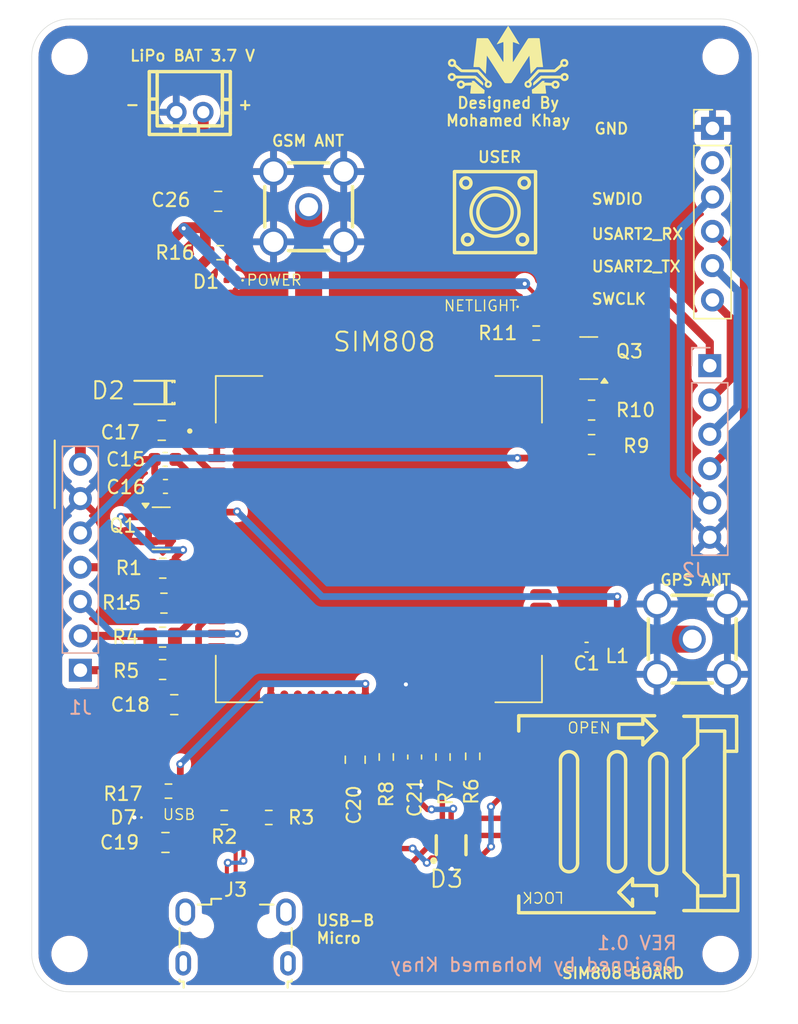
<source format=kicad_pcb>
(kicad_pcb (version 20241229) (generator "pcbnew") (generator_version "9.0")
  (layers (0 "F.Cu" signal "Front") (2 "B.Cu" power "Back") (13 "F.Paste" user) (15 "B.Paste" user) (5 "F.SilkS" user "F.Silkscreen") (7 "B.SilkS" user "B.Silkscreen") (1 "F.Mask" user) (3 "B.Mask" user) (25 "Edge.Cuts" user))
  (net 0 "")
  (net 1 "Net-(Q1-C)")
  (net 2 "Net-(Q1-B)")
  (net 3 "GND")
  (net 4 "+3.3V")
  (net 5 "Net-(U1-VRTC)")
  (net 6 "VBUS")
  (net 7 "/SIM_VDD")
  (net 8 "/SIM_DATA")
  (net 9 "/GSM_ANT")
  (net 10 "/GPS_ANT")
  (net 12 "Net-(D5-K)")
  (net 13 "/SIM_RX")
  (net 14 "/SIM_STATUS")
  (net 15 "/SIM_TX")
  (net 16 "/SIM_RESET")
  (net 17 "/SIM_PWRKEY")
  (net 20 "Net-(U1-TXD)")
  (net 21 "Net-(U1-RXD)")
  (net 22 "/SIM_RST")
  (net 23 "Net-(Card1-RST)")
  (net 24 "/SIM_CLK")
  (net 25 "Net-(Card1-CLK)")
  (net 26 "Net-(Card1-I{slash}O)")
  (net 27 "/NETLIGHT")
  (net 41 "Net-(C1-Pad2)")
  (net 64 "Net-(J2-Pin_4)")
  (net 65 "Net-(J2-Pin_3)")
  (net 66 "Net-(J2-Pin_5)")
  (net 67 "/Button_User")
  (net 68 "Net-(D1-A)")
  (net 69 "Net-(J2-Pin_2)")
  (net 71 "Net-(D7-A)")
  (net 75 "Net-(Q3-B)")
  (net 76 "Net-(Q3-C)")
  (net 78 "/VDD_EXT")
  (net 79 "/D+")
  (net 80 "/D-")
  (net 81 "/USB_D+")
  (net 82 "/USB_D-")
  (footprint "MountingHole:MountingHole_2.2mm_M2" (layer "F.Cu") (at 36.7 92.45)
    (property "Reference" "H1" (hide yes))
    (property "Value" "MountingHole" (hide yes))
  )
  (footprint "SIM808:KEY-SMD_4P-L6.0-W6.0-P3.90-LS9.0" (layer "F.Cu") (at 68.2 37.55)
    (property "Reference" "SW1" (hide yes))
    (property "Value" "K2-6639SP-C4SC-04" (hide yes))
  )
  (footprint "LED_SMD:LED_0201_0603Metric" (layer "F.Cu") (at 48.65 42.6 180)
    (property "Reference" "D1")
    (property "Value" "GREEN" (hide yes))
  )
  (footprint "Capacitor_SMD:C_0805_2012Metric" (layer "F.Cu") (at 47.7 36.75 180)
    (property "Reference" "C26")
    (property "Value" "4u7" (hide yes))
  )
  (footprint "Resistor_SMD:R_0805_2012Metric" (layer "F.Cu") (at 75.35 52.2 180)
    (property "Reference" "R10")
    (property "Value" "47k" (hide yes))
  )
  (footprint "Capacitor_SMD:C_0603_1608Metric" (layer "F.Cu") (at 43.8 57.85)
    (property "Reference" "C16")
    (property "Value" "33p" (hide yes))
  )
  (footprint "Capacitor_SMD:C_0805_2012Metric" (layer "F.Cu") (at 43.525001 53.7)
    (property "Reference" "C17")
    (property "Value" "100u" (hide yes))
  )
  (footprint "MountingHole:MountingHole_2.2mm_M2" (layer "F.Cu") (at 84.9 92.45)
    (property "Reference" "H2" (hide yes))
    (property "Value" "MountingHole" (hide yes))
  )
  (footprint "LED_SMD:LED_0201_0603Metric" (layer "F.Cu") (at 70.73 44.55)
    (property "Reference" "D5" (hide yes))
    (property "Value" "GREEN" (hide yes))
  )
  (footprint "Capacitor_SMD:C_0805_2012Metric" (layer "F.Cu") (at 43.8 84.2)
    (property "Reference" "C19")
    (property "Value" "1u" (hide yes))
  )
  (footprint "Capacitor_SMD:C_0805_2012Metric" (layer "F.Cu") (at 57.85 78.075 90)
    (property "Reference" "C20")
    (property "Value" "1U" (hide yes))
  )
  (footprint "Resistor_SMD:R_0603_1608Metric" (layer "F.Cu") (at 64.35 77.875 -90)
    (property "Reference" "R7")
    (property "Value" "22" (hide yes))
  )
  (footprint "Capacitor_SMD:C_0603_1608Metric" (layer "F.Cu") (at 43.775 55.85)
    (property "Reference" "C15")
    (property "Value" "10p" (hide yes))
  )
  (footprint "SIM808:SMA-TH_SMA-KE-5" (layer "F.Cu") (at 54.3999 37.1501)
    (property "Reference" "RF1" (hide yes))
    (property "Value" "SMA-KE-5" (hide yes))
  )
  (footprint "Resistor_SMD:R_0805_2012Metric" (layer "F.Cu") (at 43.5875 69)
    (property "Reference" "R4")
    (property "Value" "1k" (hide yes))
  )
  (footprint "SIM808:CONN-TH_PH-2A" (layer "F.Cu") (at 45.6 30.15)
    (property "Reference" "CN1" (hide yes))
    (property "Value" "PH-2AK" (hide yes))
  )
  (footprint "Resistor_SMD:R_0805_2012Metric" (layer "F.Cu") (at 75.35 54.75 180)
    (property "Reference" "R9")
    (property "Value" "4k7" (hide yes))
  )
  (footprint "Inductor_SMD:L_0402_1005Metric" (layer "F.Cu") (at 77.25 68.75 -90)
    (property "Reference" "L1")
    (property "Value" "68n" (hide yes))
  )
  (footprint "Resistor_SMD:R_0603_1608Metric" (layer "F.Cu") (at 44.025 80.4)
    (property "Reference" "R17")
    (property "Value" "300" (hide yes))
  )
  (footprint "Connector_PinHeader_2.54mm:PinHeader_1x06_P2.54mm_Vertical" (layer "F.Cu") (at 84.3 31.35)
    (property "Reference" "J6" (hide yes))
    (property "Value" "Conn_01x06_Pin" (hide yes))
  )
  (footprint "Resistor_SMD:R_0603_1608Metric" (layer "F.Cu") (at 47.85 40.55)
    (property "Reference" "R16")
    (property "Value" "300" (hide yes))
  )
  (footprint "SIM808:SIM_SMD_SMO_1512" (layer "F.Cu") (at 75.6751 82.0501 -90)
    (property "Reference" "Card1" (hide yes))
    (property "Value" "SMO-1512" (hide yes))
  )
  (footprint "SIM808:SOD-123_L2.8-W1.8-LS3.7-RD" (layer "F.Cu") (at 42.9 50.9 180)
    (property "Reference" "D2")
    (property "Value" "MMSZ5231BT1G" (hide yes))
  )
  (footprint "Resistor_SMD:R_0805_2012Metric" (layer "F.Cu") (at 43.6 63.9)
    (property "Reference" "R1")
    (property "Value" "4k7" (hide yes))
  )
  (footprint "Resistor_SMD:R_0805_2012Metric" (layer "F.Cu") (at 43.5875 71.4)
    (property "Reference" "R5")
    (property "Value" "1k" (hide yes))
  )
  (footprint "Resistor_SMD:R_0603_1608Metric" (layer "F.Cu") (at 60.15 77.875 90)
    (property "Reference" "R8")
    (property "Value" "22" (hide yes))
  )
  (footprint "SIM808:SMF12CT1G" (layer "F.Cu") (at 64.95 84.4)
    (property "Reference" "D3")
    (property "Value" "SMF12CT1G" (hide yes))
  )
  (footprint "Package_TO_SOT_SMD:SOT-23" (layer "F.Cu") (at 43.4875 60.95)
    (property "Reference" "Q1")
    (property "Value" "BC817" (hide yes))
  )
  (footprint "SIM808:SMA-TH_SMA-KE-5" (layer "F.Cu") (at 82.7999 69.1501)
    (property "Reference" "RF2" (hide yes))
    (property "Value" "SMA-KE-5" (hide yes))
  )
  (footprint "MountingHole:MountingHole_2.2mm_M2" (layer "F.Cu") (at 84.9 26.05)
    (property "Reference" "H3" (hide yes))
    (property "Value" "MountingHole" (hide yes))
  )
  (footprint "SIM808:my_logo" (layer "F.Cu") (at 69.1751 26.8501)
    (property "Reference" "G***" (hide yes))
    (property "Value" "LOGO" (hide yes))
  )
  (footprint "Resistor_SMD:R_0603_1608Metric" (layer "F.Cu") (at 48.15 82.35 180)
    (property "Reference" "R2")
    (property "Value" "22" (hide yes))
  )
  (footprint "Connector_USB:USB_Micro-B_Wuerth_629105150521" (layer "F.Cu") (at 48.995 91.195)
    (property "Reference" "J3")
    (property "Value" "USB_B_Micro" (hide yes))
  )
  (footprint "LED_SMD:LED_0201_0603Metric" (layer "F.Cu") (at 42.88 82.35)
    (property "Reference" "D7")
    (property "Value" "GREEN" (hide yes))
  )
  (footprint "SIM808 (1):XCVR_SIM808" (layer "F.Cu") (at 59.6 61.75)
    (property "Reference" "U1" (hide yes))
    (property "Value" "SIM808")
  )
  (footprint "Resistor_SMD:R_0603_1608Metric" (layer "F.Cu") (at 51.45 82.35)
    (property "Reference" "R3")
    (property "Value" "22" (hide yes))
  )
  (footprint "Resistor_SMD:R_0603_1608Metric" (layer "F.Cu") (at 66.55 77.825 -90)
    (property "Reference" "R6")
    (property "Value" "22" (hide yes))
  )
  (footprint "MountingHole:MountingHole_2.2mm_M2" (layer "F.Cu") (at 36.7 26.05)
    (property "Reference" "H4" (hide yes))
    (property "Value" "MountingHole" (hide yes))
  )
  (footprint "Resistor_SMD:R_0603_1608Metric" (layer "F.Cu") (at 71.25 46.5)
    (property "Reference" "R11")
    (property "Value" "300" (hide yes))
  )
  (footprint "Capacitor_SMD:C_0402_1005Metric" (layer "F.Cu") (at 74.98 69.75)
    (property "Reference" "C1")
    (property "Value" "100n" (hide yes))
  )
  (footprint "Capacitor_SMD:C_0603_1608Metric" (layer "F.Cu") (at 62.25 77.875 -90)
    (property "Reference" "C21")
    (property "Value" "22p" (hide yes))
  )
  (footprint "Capacitor_SMD:C_0805_2012Metric" (layer "F.Cu") (at 44.45 74)
    (property "Reference" "C18")
    (property "Value" "4u7" (hide yes))
  )
  (footprint "Resistor_SMD:R_0805_2012Metric" (layer "F.Cu") (at 43.6875 66.4875 180)
    (property "Reference" "R15")
    (property "Value" "47k" (hide yes))
  )
  (footprint "Package_TO_SOT_SMD:SOT-23" (layer "F.Cu") (at 75.1375 48.35 180)
    (property "Reference" "Q3")
    (property "Value" "BC817" (hide yes))
  )
  (footprint "Connector_PinSocket_2.54mm:PinSocket_1x07_P2.54mm_Vertical" (layer "B.Cu") (at 37.5 71.45)
    (property "Reference" "J1")
    (property "Value" "Conn_01x07_Socket")
  )
  (footprint "Connector_PinSocket_2.54mm:PinSocket_1x06_P2.54mm_Vertical" (layer "B.Cu") (at 84.1 48.91 180)
    (property "Reference" "J2")
    (property "Value" "Conn_01x06_Socket" (hide yes))
  )
  (gr_line (start 35.6 54.45) (end 35.6 59.45) (stroke (width 0.1524)) (layer "F.SilkS"))
  (gr_line (start 38.7 23.25) (end 37.9 23.25) (stroke (width 0.0381)) (layer "Edge.Cuts"))
  (gr_line (start 33.9 92.45) (end 33.9 26.05) (stroke (width 0.0381)) (layer "Edge.Cuts"))
  (gr_line (start 87.7 26.05) (end 87.7 92.45) (stroke (width 0.0381)) (layer "Edge.Cuts"))
  (gr_line (start 37.9 23.25) (end 36.7 23.25) (stroke (width 0.0381)) (layer "Edge.Cuts"))
  (gr_arc (start 36.7 95.25) (mid 34.720101 94.429899) (end 33.9 92.45) (stroke (width 0.0381)) (layer "Edge.Cuts"))
  (gr_arc (start 84.9 23.25) (mid 86.879899 24.070101) (end 87.7 26.05) (stroke (width 0.0381)) (layer "Edge.Cuts"))
  (gr_arc (start 33.9 26.05) (mid 34.720101 24.070101) (end 36.7 23.25) (stroke (width 0.0381)) (layer "Edge.Cuts"))
  (gr_line (start 84.9 95.25) (end 36.7 95.25) (stroke (width 0.0381)) (layer "Edge.Cuts"))
  (gr_arc (start 87.7 92.45) (mid 86.879899 94.429899) (end 84.9 95.25) (stroke (width 0.0381)) (layer "Edge.Cuts"))
  (gr_line (start 84.9 23.25) (end 38.7 23.25) (stroke (width 0.0381)) (layer "Edge.Cuts"))
  (gr_text "GND" (at 75.4751 31.8501 0) (layer "F.SilkS") (effects (font (size 0.8128 0.8128) (thickness 0.1524) (bold yes)) (justify left bottom)))
  (gr_text "GSM ANT" (at 51.6 32.75 0) (layer "F.SilkS") (effects (font (size 0.8128 0.8128) (thickness 0.1524) (bold yes)) (justify left bottom)))
  (gr_text "USB-B\nMicro" (at 54.9 91.75 0) (layer "F.SilkS") (effects (font (size 0.8128 0.8128) (thickness 0.1524) (bold yes)) (justify left bottom)))
  (gr_text "SWCLK" (at 75.2751 44.4501 0) (layer "F.SilkS") (effects (font (size 0.8128 0.8128) (thickness 0.1524) (bold yes)) (justify left bottom)))
  (gr_text "Designed By\nMohamed Khay" (at 69.1751 31.2501 0) (layer "F.SilkS") (effects (font (size 0.8128 0.8128) (thickness 0.1524) (bold yes)) (justify bottom)))
  (gr_text "USART2_RX" (at 75.2751 39.6501 0) (layer "F.SilkS") (effects (font (size 0.8128 0.8128) (thickness 0.1524) (bold yes)) (justify left bottom)))
  (gr_text "SWDIO" (at 75.2751 37.0501 0) (layer "F.SilkS") (effects (font (size 0.8128 0.8128) (thickness 0.1524) (bold yes)) (justify left bottom)))
  (gr_text "USER" (at 66.8502 33.9502 0) (layer "F.SilkS") (effects (font (size 0.8128 0.8128) (thickness 0.1524) (bold yes)) (justify left bottom)))
  (gr_text "-" (at 40.75 30.05 0) (layer "F.SilkS") (effects (font (size 0.8128 0.8128) (thickness 0.1524) (bold yes)) (justify left bottom)))
  (gr_text "USB" (at 43.538748 82.6 0) (layer "F.SilkS") (effects (font (size 0.8 0.8) (thickness 0.1) (bold yes)) (justify left bottom)))
  (gr_text "LiPo BAT 3.7 V" (at 41.1 26.45 0) (layer "F.SilkS") (effects (font (size 0.8128 0.8128) (thickness 0.1524) (bold yes)) (justify left bottom)))
  (gr_text "NETLIGHT" (at 64.35 44.95 0) (layer "F.SilkS") (effects (font (size 0.8 0.8) (thickness 0.1)) (justify left bottom)))
  (gr_text "SIM808 BOARD" (at 73.0751 94.3501 0) (layer "F.SilkS") (effects (font (size 0.8128 0.8128) (thickness 0.1524) (bold yes)) (justify left bottom)))
  (gr_text "USART2_TX" (at 75.2751 42.0501 0) (layer "F.SilkS") (effects (font (size 0.8128 0.8128) (thickness 0.1524) (bold yes)) (justify left bottom)))
  (gr_text "+" (at 49.1 30.05 0) (layer "F.SilkS") (effects (font (size 0.8128 0.8128) (thickness 0.1524) (bold yes)) (justify left bottom)))
  (gr_text "GPS ANT" (at 80.35 65.25 0) (layer "F.SilkS") (effects (font (size 0.8128 0.8128) (thickness 0.1524) (bold yes)) (justify left bottom)))
  (gr_text "POWER" (at 49.75 43.05 0) (layer "F.SilkS") (effects (font (size 0.8 0.8) (thickness 0.1)) (justify left bottom)))
  (gr_text "REV 0.1\nDesigned by Mohamed Khay" (at 81.75 92.45 0) (layer "B.SilkS") (effects (font (size 1 1)) (justify left mirror)))
  (segment (start 47.6 60.75) (end 44.625 60.75) (width 0.5) (layer "F.Cu") (net 1))
  (segment (start 44.625 60.75) (end 44.425 60.95) (width 0.5) (layer "F.Cu") (net 1))
  (segment (start 42.45 60.1) (end 42.55 60) (width 0.5) (layer "F.Cu") (net 2))
  (segment (start 44.6 63.9875) (end 44.5125 63.9) (width 0.5) (layer "F.Cu") (net 2))
  (segment (start 40.5 60.1) (end 42.45 60.1) (width 0.5) (layer "F.Cu") (net 2))
  (segment (start 44.6 66.4875) (end 44.6 63.9875) (width 0.5) (layer "F.Cu") (net 2))
  (segment (start 44.5125 63.1375) (end 45.1 62.55) (width 0.5) (layer "F.Cu") (net 2))
  (segment (start 44.5125 63.9) (end 44.5125 63.1375) (width 0.5) (layer "F.Cu") (net 2))
  (via (at 40.5 60.1) (size 0.6) (drill 0.3) (layers "F.Cu" "B.Cu") (net 2))
  (via (at 45.1 62.55) (size 0.6) (drill 0.3) (layers "F.Cu" "B.Cu") (net 2))
  (segment (start 45.1 62.55) (end 42.95 62.55) (width 0.5) (layer "B.Cu") (net 2))
  (segment (start 42.95 62.55) (end 40.5 60.1) (width 0.5) (layer "B.Cu") (net 2))
  (segment (start 57.85 79.025) (end 57.85 80.15) (width 0.4) (layer "F.Cu") (net 3))
  (segment (start 64.95 85.35) (end 64.95 86.1) (width 0.4) (layer "F.Cu") (net 3))
  (segment (start 64.95 86.1) (end 65 86.15) (width 0.4) (layer "F.Cu") (net 3))
  (segment (start 57.85 80.15) (end 58.15 80.45) (width 0.4) (layer "F.Cu") (net 3))
  (segment (start 61.6 73.75) (end 61.6 72.5) (width 0.4) (layer "F.Cu") (net 3))
  (segment (start 42.775 66.4875) (end 41.0125 66.4875) (width 0.4) (layer "F.Cu") (net 3))
  (segment (start 42.56 82.35) (end 41.5 82.35) (width 0.4) (layer "F.Cu") (net 3))
  (segment (start 62.25 78.65) (end 62.25 79.45) (width 0.4) (layer "F.Cu") (net 3))
  (segment (start 41.0125 66.4875) (end 41 66.5) (width 0.4) (layer "F.Cu") (net 3))
  (segment (start 62.25 79.45) (end 62.75 79.95) (width 0.4) (layer "F.Cu") (net 3))
  (via (at 62.75 79.95) (size 0.6) (drill 0.3) (layers "F.Cu" "B.Cu") (net 3))
  (via (at 61.6 72.5) (size 0.6) (drill 0.3) (layers "F.Cu" "B.Cu") (net 3))
  (via (at 41.5 82.35) (size 0.6) (drill 0.3) (layers "F.Cu" "B.Cu") (net 3))
  (via (at 41 66.5) (size 0.6) (drill 0.3) (layers "F.Cu" "B.Cu") (net 3))
  (via (at 58.15 80.45) (size 0.6) (drill 0.3) (layers "F.Cu" "B.Cu") (net 3))
  (via (at 65 86.15) (size 0.6) (drill 0.3) (layers "F.Cu" "B.Cu") (net 3))
  (segment (start 47.6 56.75) (end 47.141163 56.75) (width 0.5) (layer "F.Cu") (net 4))
  (segment (start 47.6 58.75) (end 47.6 56.75) (width 0.5) (layer "F.Cu") (net 4))
  (segment (start 47.6 58.75) (end 45.475 58.75) (width 0.5) (layer "F.Cu") (net 4))
  (segment (start 71.05 44.55) (end 71.05 43.5) (width 0.3) (layer "F.Cu") (net 4))
  (segment (start 46.75 36.75) (end 46.75 38.7) (width 0.8) (layer "F.Cu") (net 4))
  (segment (start 46.75 38.7) (end 45.2 38.7) (width 0.8) (layer "F.Cu") (net 4))
  (segment (start 44.5924 43.3076) (end 44.5924 50.9) (width 0.8) (layer "F.Cu") (net 4))
  (segment (start 46.75 38.7) (end 46.75 40.275) (width 0.8) (layer "F.Cu") (net 4))
  (segment (start 46.45 57.75) (end 44.55 55.85) (width 0.5) (layer "F.Cu") (net 4))
  (segment (start 45.15 38.75) (end 37.5 46.4) (width 0.8) (layer "F.Cu") (net 4))
  (segment (start 47.6 57.75) (end 46.45 57.75) (width 0.5) (layer "F.Cu") (net 4))
  (segment (start 46.75 40.275) (end 47.025 40.55) (width 0.8) (layer "F.Cu") (net 4))
  (segment (start 46.6 30.15) (end 46.6 36.6) (width 0.8) (layer "F.Cu") (net 4))
  (segment (start 44.475001 51.017399) (end 44.5924 50.9) (width 0.5) (layer "F.Cu") (net 4))
  (segment (start 46.6 36.6) (end 46.75 36.75) (width 0.8) (layer "F.Cu") (net 4))
  (segment (start 44.475001 54.083838) (end 44.475001 53.7) (width 0.5) (layer "F.Cu") (net 4))
  (segment (start 44.475001 53.7) (end 44.475001 51.017399) (width 0.5) (layer "F.Cu") (net 4))
  (segment (start 45.2 38.7) (end 45.15 38.75) (width 0.8) (layer "F.Cu") (net 4))
  (segment (start 37.5 46.4) (end 37.5 56.21) (width 0.8) (layer "F.Cu") (net 4))
  (segment (start 45.475 58.75) (end 44.575 57.85) (width 0.5) (layer "F.Cu") (net 4))
  (segment (start 47.025 40.55) (end 47.025 40.875) (width 0.8) (layer "F.Cu") (net 4))
  (segment (start 47.141163 56.75) (end 44.475001 54.083838) (width 0.5) (layer "F.Cu") (net 4))
  (segment (start 47.025 40.875) (end 44.5924 43.3076) (width 0.8) (layer "F.Cu") (net 4))
  (segment (start 71.05 43.5) (end 70.4 42.85) (width 0.3) (layer "F.Cu") (net 4))
  (via (at 70.4 42.85) (size 0.6) (drill 0.3) (layers "F.Cu" "B.Cu") (net 4))
  (via (at 45.15 38.75) (size 0.6) (drill 0.3) (layers "F.Cu" "B.Cu") (net 4))
  (segment (start 49.25 42.85) (end 70.4 42.85) (width 0.8) (layer "B.Cu") (net 4))
  (segment (start 45.15 38.75) (end 49.25 42.85) (width 0.8) (layer "B.Cu") (net 4))
  (segment (start 47.6 69.75) (end 47.6 71.8) (width 0.5) (layer "F.Cu") (net 5))
  (segment (start 47.6 71.8) (end 45.4 74) (width 0.5) (layer "F.Cu") (net 5))
  (segment (start 47.695 87.145) (end 44.75 84.2) (width 0.4) (layer "F.Cu") (net 6))
  (segment (start 44.9 78.4) (end 44.9 80.35) (width 0.5) (layer "F.Cu") (net 6))
  (segment (start 44.85 80.4) (end 44.85 84.1) (width 0.6) (layer "F.Cu") (net 6))
  (segment (start 44.85 84.1) (end 44.75 84.2) (width 0.6) (layer "F.Cu") (net 6))
  (segment (start 58.6 73.75) (end 58.6 72.45) (width 0.5) (layer "F.Cu") (net 6))
  (segment (start 47.695 89.295) (end 47.695 87.145) (width 0.4) (layer "F.Cu") (net 6))
  (segment (start 44.9 80.35) (end 44.85 80.4) (width 0.5) (layer "F.Cu") (net 6))
  (via (at 58.6 72.45) (size 0.6) (drill 0.3) (layers "F.Cu" "B.Cu") (net 6))
  (via (at 44.9 78.4) (size 0.6) (drill 0.3) (layers "F.Cu" "B.Cu") (net 6))
  (segment (start 50.85 72.45) (end 44.9 78.4) (width 0.5) (layer "B.Cu") (net 6))
  (segment (start 58.6 72.45) (end 50.85 72.45) (width 0.5) (layer "B.Cu") (net 6))
  (segment (start 55.2 78.65) (end 56.725 77.125) (width 0.4) (layer "F.Cu") (net 7))
  (segment (start 57.85 77.125) (end 58.575 77.125) (width 0.4) (layer "F.Cu") (net 7))
  (segment (start 65.3 87.1) (end 67.9 84.5) (width 0.4) (layer "F.Cu") (net 7))
  (segment (start 64.3 85.35) (end 63.5 85.35) (width 0.4) (layer "F.Cu") (net 7))
  (segment (start 60.15 75.55) (end 61.9 75.55) (width 0.4) (layer "F.Cu") (net 7))
  (segment (start 62.1 84.65) (end 60.7 84.65) (width 0.4) (layer "F.Cu") (net 7))
  (segment (start 69.579 79.871) (end 70.2502 79.871) (width 0.4) (layer "F.Cu") (net 7))
  (segment (start 64.3 87.1) (end 65.3 87.1) (width 0.4) (layer "F.Cu") (net 7))
  (segment (start 62.6 74.85) (end 62.6 73.75) (width 0.4) (layer "F.Cu") (net 7))
  (segment (start 61.9 75.55) (end 62.6 74.85) (width 0.4) (layer "F.Cu") (net 7))
  (segment (start 64.3 85.35) (end 64.3 87.1) (width 0.4) (layer "F.Cu") (net 7))
  (segment (start 67.9 81.55) (end 69.579 79.871) (width 0.4) (layer "F.Cu") (net 7))
  (segment (start 57.725 77.25) (end 57.85 77.125) (width 0.4) (layer "F.Cu") (net 7))
  (segment (start 56.725 77.125) (end 57.85 77.125) (width 0.4) (layer "F.Cu") (net 7))
  (segment (start 60.7 84.65) (end 55.2 79.15) (width 0.4) (layer "F.Cu") (net 7))
  (segment (start 55.2 79.15) (end 55.2 78.65) (width 0.4) (layer "F.Cu") (net 7))
  (segment (start 63.5 85.35) (end 63.15 85.7) (width 0.4) (layer "F.Cu") (net 7))
  (segment (start 58.575 77.125) (end 60.15 75.55) (width 0.4) (layer "F.Cu") (net 7))
  (via (at 67.9 81.55) (size 0.6) (drill 0.3) (layers "F.Cu" "B.Cu") (net 7))
  (via (at 62.1 84.65) (size 0.6) (drill 0.3) (layers "F.Cu" "B.Cu") (net 7))
  (via (at 63.15 85.7) (size 0.6) (drill 0.3) (layers "F.Cu" "B.Cu") (net 7))
  (via (at 67.9 84.5) (size 0.6) (drill 0.3) (layers "F.Cu" "B.Cu") (net 7))
  (segment (start 63.15 85.7) (end 62.1 84.65) (width 0.4) (layer "B.Cu") (net 7))
  (segment (start 67.9 84.5) (end 67.9 81.55) (width 0.4) (layer "B.Cu") (net 7))
  (segment (start 63.6 73.75) (end 63.6 75.75) (width 0.5) (layer "F.Cu") (net 8))
  (segment (start 62.2 77.05) (end 62.25 77.1) (width 0.5) (layer "F.Cu") (net 8))
  (segment (start 60.15 77.05) (end 62.2 77.05) (width 0.5) (layer "F.Cu") (net 8))
  (segment (start 63.6 75.75) (end 62.25 77.1) (width 0.5) (layer "F.Cu") (net 8))
  (segment (start 54.3999 44.8001) (end 53.6 45.6) (width 2) (layer "F.Cu") (net 9))
  (segment (start 53.6 49.75) (end 53.6 45.6) (width 0.8) (layer "F.Cu") (net 9))
  (segment (start 54.3999 37.1501) (end 54.3999 44.8001) (width 2) (layer "F.Cu") (net 9))
  (segment (start 71.6 69.75) (end 74.5 69.75) (width 0.8) (layer "F.Cu") (net 10))
  (segment (start 70.425 44.565) (end 70.41 44.55) (width 0.3) (layer "F.Cu") (net 12))
  (segment (start 70.425 46.5) (end 70.425 44.565) (width 0.3) (layer "F.Cu") (net 12))
  (segment (start 42.625 71.45) (end 42.675 71.4) (width 0.6) (layer "F.Cu") (net 13))
  (segment (start 37.5 71.45) (end 42.625 71.45) (width 0.6) (layer "F.Cu") (net 13))
  (segment (start 71.6 55.75) (end 69.85 55.75) (width 0.5) (layer "F.Cu") (net 14))
  (via (at 69.85 55.75) (size 0.6) (drill 0.3) (layers "F.Cu" "B.Cu") (net 14))
  (segment (start 69.85 55.75) (end 43.04 55.75) (width 0.5) (layer "B.Cu") (net 14))
  (segment (start 43.04 55.75) (end 37.5 61.29) (width 0.5) (layer "B.Cu") (net 14))
  (segment (start 42.585 68.91) (end 42.675 69) (width 0.6) (layer "F.Cu") (net 15))
  (segment (start 37.5 68.91) (end 42.585 68.91) (width 0.6) (layer "F.Cu") (net 15))
  (segment (start 47.6 68.75) (end 49.1 68.75) (width 0.5) (layer "F.Cu") (net 16))
  (via (at 49.1 68.75) (size 0.6) (drill 0.3) (layers "F.Cu" "B.Cu") (net 16))
  (segment (start 49.1 68.75) (end 39.88 68.75) (width 0.5) (layer "B.Cu") (net 16))
  (segment (start 39.88 68.75) (end 37.5 66.37) (width 0.5) (layer "B.Cu") (net 16))
  (segment (start 37.5 63.83) (end 42.6175 63.83) (width 0.6) (layer "F.Cu") (net 17))
  (segment (start 42.6175 63.83) (end 42.6875 63.9) (width 0.6) (layer "F.Cu") (net 17))
  (segment (start 47.6 66.75) (end 46.75 66.75) (width 0.5) (layer "F.Cu") (net 20))
  (segment (start 46.75 66.75) (end 44.5 69) (width 0.5) (layer "F.Cu") (net 20))
  (segment (start 46.75 67.75) (end 46.25 68.25) (width 0.5) (layer "F.Cu") (net 21))
  (segment (start 46.25 69.65) (end 44.5 71.4) (width 0.5) (layer "F.Cu") (net 21))
  (segment (start 46.25 68.25) (end 46.25 69.65) (width 0.5) (layer "F.Cu") (net 21))
  (segment (start 47.6 67.75) (end 46.75 67.75) (width 0.5) (layer "F.Cu") (net 21))
  (segment (start 65.6 74.65) (end 66.55 75.6) (width 0.5) (layer "F.Cu") (net 22))
  (segment (start 66.55 77) (end 66.55 75.6) (width 0.5) (layer "F.Cu") (net 22))
  (segment (start 65.6 73.75) (end 65.6 74.65) (width 0.5) (layer "F.Cu") (net 22))
  (segment (start 66.6392 82.4108) (end 66.55 82.5) (width 0.4) (layer "F.Cu") (net 23))
  (segment (start 65.6 83.45) (end 66.55 82.5) (width 0.4) (layer "F.Cu") (net 23))
  (segment (start 70.2502 82.4108) (end 66.6392 82.4108) (width 0.4) (layer "F.Cu") (net 23))
  (segment (start 66.55 82.5) (end 66.55 78.65) (width 0.4) (layer "F.Cu") (net 23))
  (segment (start 64.6 76.8) (end 64.35 77.05) (width 0.5) (layer "F.Cu") (net 24))
  (segment (start 64.6 73.75) (end 64.6 76.8) (width 0.5) (layer "F.Cu") (net 24))
  (segment (start 64.3 83.45) (end 64.3 78.75) (width 0.4) (layer "F.Cu") (net 25))
  (segment (start 64.3 78.75) (end 64.35 78.7) (width 0.4) (layer "F.Cu") (net 25))
  (segment (start 61.7 86.05) (end 64.3 83.45) (width 0.4) (layer "F.Cu") (net 25))
  (segment (start 66.25 87.85) (end 61.75 87.85) (width 0.4) (layer "F.Cu") (net 25))
  (segment (start 70.2502 84.9508) (end 69.1492 84.9508) (width 0.4) (layer "F.Cu") (net 25))
  (segment (start 61.7 87.8) (end 61.7 86.05) (width 0.4) (layer "F.Cu") (net 25))
  (segment (start 61.75 87.85) (end 61.7 87.8) (width 0.4) (layer "F.Cu") (net 25))
  (segment (start 69.1492 84.9508) (end 66.25 87.85) (width 0.4) (layer "F.Cu") (net 25))
  (segment (start 63.5 81.75) (end 63.2 81.75) (width 0.4) (layer "F.Cu") (net 26))
  (segment (start 66.6252 83.6808) (end 65.906 84.4) (width 0.4) (layer "F.Cu") (net 26))
  (segment (start 65.906 84.4) (end 64.95 84.4) (width 0.4) (layer "F.Cu") (net 26))
  (segment (start 70.2502 83.6808) (end 66.6252 83.6808) (width 0.4) (layer "F.Cu") (net 26))
  (segment (start 64.95 81.85) (end 65.1 81.7) (width 0.4) (layer "F.Cu") (net 26))
  (segment (start 64.95 84.4) (end 64.95 83.45) (width 0.4) (layer "F.Cu") (net 26))
  (segment (start 63.2 81.75) (end 60.15 78.7) (width 0.4) (layer "F.Cu") (net 26))
  (segment (start 64.95 83.45) (end 64.95 81.85) (width 0.4) (layer "F.Cu") (net 26))
  (via (at 65.1 81.7) (size 0.6) (drill 0.3) (layers "F.Cu" "B.Cu") (net 26))
  (via (at 63.5 81.75) (size 0.6) (drill 0.3) (layers "F.Cu" "B.Cu") (net 26))
  (segment (start 63.5 81.75) (end 65.05 81.75) (width 0.4) (layer "B.Cu") (net 26))
  (segment (start 65.05 81.75) (end 65.1 81.7) (width 0.4) (layer "B.Cu") (net 26))
  (segment (start 71.6 54.75) (end 74.4375 54.75) (width 0.5) (layer "F.Cu") (net 27))
  (segment (start 75.46 69.75) (end 76.735 69.75) (width 0.8) (layer "F.Cu") (net 41))
  (segment (start 80.1651 69.235) (end 80.25 69.1501) (width 0.8) (layer "F.Cu") (net 41))
  (segment (start 76.735 69.75) (end 77.25 69.235) (width 0.8) (layer "F.Cu") (net 41))
  (segment (start 82.7999 69.1501) (end 80.25 69.1501) (width 2) (layer "F.Cu") (net 41))
  (segment (start 77.25 69.235) (end 80.1651 69.235) (width 0.8) (layer "F.Cu") (net 41))
  (segment (start 84.3 38.97) (end 86.628 41.298) (width 0.6) (layer "F.Cu") (net 64))
  (segment (start 86.628 41.298) (end 86.628 54.002) (width 0.6) (layer "F.Cu") (net 64))
  (segment (start 86.628 54.002) (end 84.1 56.53) (width 0.6) (layer "F.Cu") (net 64))
  (segment (start 84.3 41.51) (end 86.15 43.36) (width 0.6) (layer "B.Cu") (net 65))
  (segment (start 86.15 43.36) (end 86.15 51.94) (width 0.6) (layer "B.Cu") (net 65))
  (segment (start 86.15 51.94) (end 84.1 53.99) (width 0.6) (layer "B.Cu") (net 65))
  (segment (start 81.95 38.78) (end 84.3 36.43) (width 0.6) (layer "B.Cu") (net 66))
  (segment (start 81.95 56.92) (end 81.95 38.78) (width 0.6) (layer "B.Cu") (net 66))
  (segment (start 84.1 59.07) (end 81.95 56.92) (width 0.6) (layer "B.Cu") (net 66))
  (segment (start 84.1 47.1998) (end 72.5001 35.5999) (width 0.6) (layer "F.Cu") (net 67))
  (segment (start 84.1 48.91) (end 84.1 47.1998) (width 0.6) (layer "F.Cu") (net 67))
  (segment (start 48.33 40.895) (end 48.33 42.6) (width 0.3) (layer "F.Cu") (net 68))
  (segment (start 48.675 40.55) (end 48.33 40.895) (width 0.3) (layer "F.Cu") (net 68))
  (segment (start 84.3 44.05) (end 85.65 45.4) (width 0.6) (layer "F.Cu") (net 69))
  (segment (start 85.65 45.4) (end 85.65 49.9) (width 0.6) (layer "F.Cu") (net 69))
  (segment (start 85.65 49.9) (end 84.1 51.45) (width 0.6) (layer "F.Cu") (net 69))
  (segment (start 43.2 80.4) (end 43.2 82.35) (width 0.3) (layer "F.Cu") (net 71))
  (segment (start 76.2625 52.2) (end 76.2625 54.75) (width 0.6) (layer "F.Cu") (net 75))
  (segment (start 76.2625 49.4875) (end 76.075 49.3) (width 0.6) (layer "F.Cu") (net 75))
  (segment (start 76.2625 52.2) (end 76.2625 49.4875) (width 0.6) (layer "F.Cu") (net 75))
  (segment (start 73.925 48.35) (end 72.075 46.5) (width 0.6) (layer "F.Cu") (net 76))
  (segment (start 74.2 48.35) (end 73.925 48.35) (width 0.6) (layer "F.Cu") (net 76))
  (segment (start 47.6 59.75) (end 49.05 59.75) (width 0.5) (layer "F.Cu") (net 78))
  (segment (start 77.25 66) (end 77.25 68.265) (width 0.5) (layer "F.Cu") (net 78))
  (segment (start 49.05 59.75) (end 49.1 59.7) (width 0.5) (layer "F.Cu") (net 78))
  (via (at 77.25 66) (size 0.6) (drill 0.3) (layers "F.Cu" "B.Cu") (net 78))
  (via (at 49.1 59.7) (size 0.6) (drill 0.3) (layers "F.Cu" "B.Cu") (net 78))
  (segment (start 55.4 66) (end 77.25 66) (width 0.5) (layer "B.Cu") (net 78))
  (segment (start 49.1 59.7) (end 55.4 66) (width 0.5) (layer "B.Cu") (net 78))
  (segment (start 58.75 75.1) (end 54.575 75.1) (width 0.4) (layer "F.Cu") (net 79))
  (segment (start 59.6 73.75) (end 59.6 74.25) (width 0.4) (layer "F.Cu") (net 79))
  (segment (start 54.575 75.1) (end 47.325 82.35) (width 0.4) (layer "F.Cu") (net 79))
  (segment (start 59.6 74.25) (end 58.75 75.1) (width 0.4) (layer "F.Cu") (net 79))
  (segment (start 52.275 79.203) (end 52.275 82.35) (width 0.4) (layer "F.Cu") (net 80))
  (segment (start 57.4 75.65) (end 57.378 75.628) (width 0.4) (layer "F.Cu") (net 80))
  (segment (start 55.85 75.628) (end 52.275 79.203) (width 0.4) (layer "F.Cu") (net 80))
  (segment (start 57.378 75.628) (end 55.85 75.628) (width 0.4) (layer "F.Cu") (net 80))
  (segment (start 60.6 74.268342) (end 59.218342 75.65) (width 0.4) (layer "F.Cu") (net 80))
  (segment (start 59.218342 75.65) (end 57.4 75.65) (width 0.4) (layer "F.Cu") (net 80))
  (segment (start 60.6 73.75) (end 60.6 74.268342) (width 0.4) (layer "F.Cu") (net 80))
  (segment (start 48.995 89.295) (end 48.995 82.37) (width 0.3) (layer "F.Cu") (net 81))
  (segment (start 48.995 82.37) (end 48.975 82.35) (width 0.3) (layer "F.Cu") (net 81))
  (segment (start 48.345 89.295) (end 48.345 85.773) (width 0.3) (layer "F.Cu") (net 82))
  (segment (start 49.572 83.578) (end 50.625 82.525) (width 0.3) (layer "F.Cu") (net 82))
  (segment (start 48.345 85.773) (end 48.418 85.7) (width 0.3) (layer "F.Cu") (net 82))
  (segment (start 49.572 85.55) (end 49.572 83.578) (width 0.3) (layer "F.Cu") (net 82))
  (segment (start 50.625 82.525) (end 50.625 82.35) (width 0.3) (layer "F.Cu") (net 82))
  (via (at 49.572 85.55) (size 0.6) (drill 0.3) (layers "F.Cu" "B.Cu") (net 82))
  (via (at 48.418 85.7) (size 0.6) (drill 0.3) (layers "F.Cu" "B.Cu") (net 82))
  (segment (start 49.422 85.7) (end 49.572 85.55) (width 0.3) (layer "B.Cu") (net 82))
  (segment (start 48.418 85.7) (end 49.422 85.7) (width 0.3) (layer "B.Cu") (net 82))
  (zone (net 3) (net_name "GND") (layer "F.Cu") (connect_pads (clearance 0.5)) (min_thickness 0.25) (fill yes (thermal_gap 0.5) (thermal_bridge_width 0.5))
    (polygon (pts (xy 33.15 22.55) (xy 90.55 21.85) (xy 90.65 97.55) (xy 31.55 97.3)))
  )
  (zone (net 3) (net_name "GND") (layer "B.Cu") (priority 1) (connect_pads (clearance 0.5)) (min_thickness 0.25) (fill yes (thermal_gap 0.5) (thermal_bridge_width 0.5))
    (polygon (pts (xy 33 22.75) (xy 89.75 22.65) (xy 89.75 97.15) (xy 32 97.65)))
  )
)
</source>
